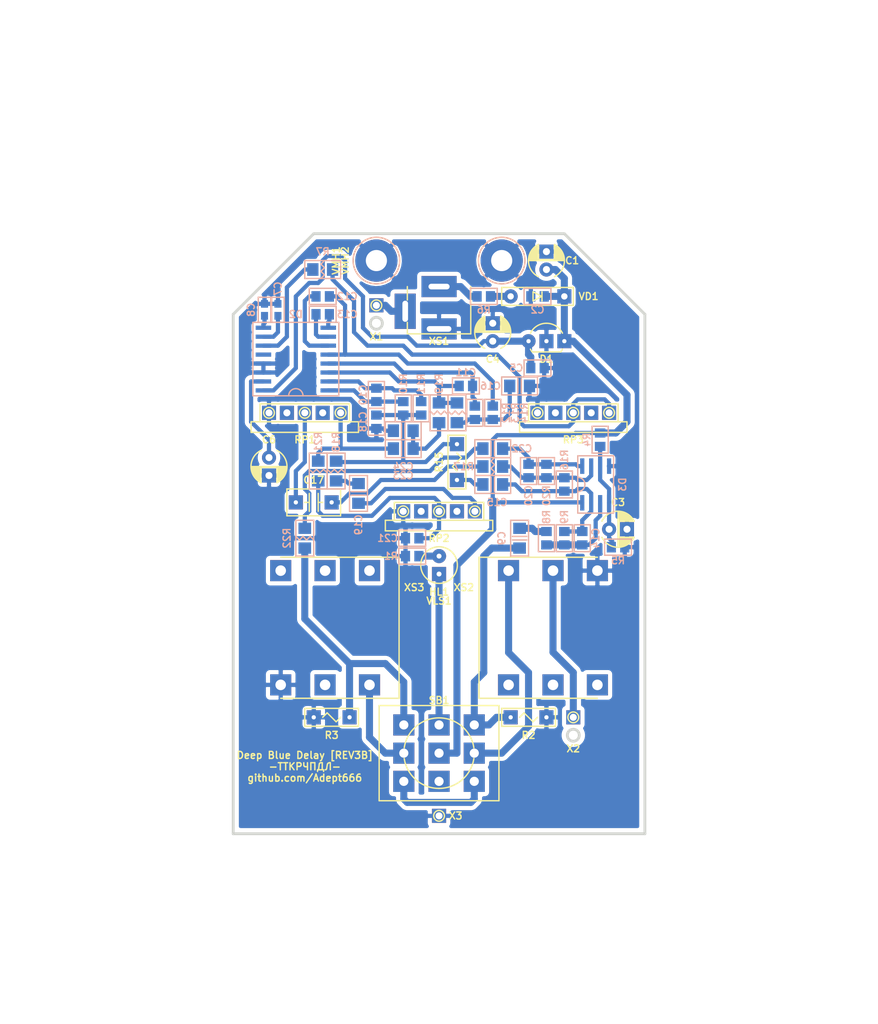
<source format=kicad_pcb>
(kicad_pcb (version 20171130) (host pcbnew 5.1.6-c6e7f7d~87~ubuntu19.10.1)
  (title_block (title "Deep Blue Delay") (date 2021-04-03) (rev 3B) (company "Igor Ivanov") (comment 1 https://github.com/Adept666) (comment 2 "This project is licensed under GNU General Public License v3.0 or later"))
  (layers (0 F.Cu jumper) (31 B.Cu signal) (36 B.SilkS user) (37 F.SilkS user) (38 B.Mask user) (44 Edge.Cuts user))
  (net 0 "")
  (net 1 COM)
  (net 2 "Net-(HL1-PadC)")
  (net 3 /LED)
  (net 4 "Net-(SB1-PadNC1)")
  (net 5 "Net-(SB1-PadNC2)")
  (net 6 "Net-(XS2-PadSN)")
  (net 7 "Net-(XS2-PadTN)")
  (net 8 /IN-SCH)
  (net 9 /IN-CON)
  (net 10 /OUT-SCH)
  (net 11 /OUT-CON)
  (net 12 /PP3-POS)
  (net 13 /PP3-NEG)
  (net 14 "Net-(XS2-PadRN)")
  (net 15 "Net-(XS3-PadTN)")
  (net 16 "Net-(XS3-PadRN)")
  (net 17 "Net-(XS3-PadSN)")
  (net 18 "Net-(XS3-PadR)")
  (net 19 V)
  (net 20 VA)
  (net 21 "Net-(C7-Pad2)")
  (net 22 "Net-(C13-Pad1)")
  (net 23 "Net-(C9-Pad2)")
  (net 24 "Net-(C10-Pad1)")
  (net 25 "Net-(C10-Pad2)")
  (net 26 "Net-(C11-Pad1)")
  (net 27 "Net-(C11-Pad2)")
  (net 28 "Net-(C12-Pad1)")
  (net 29 "Net-(C12-Pad2)")
  (net 30 "Net-(C13-Pad2)")
  (net 31 "Net-(C14-Pad1)")
  (net 32 "Net-(C16-Pad1)")
  (net 33 "Net-(C17-Pad1)")
  (net 34 "Net-(C19-Pad1)")
  (net 35 "Net-(C19-Pad2)")
  (net 36 "Net-(C20-Pad1)")
  (net 37 "Net-(C22-Pad2)")
  (net 38 "Net-(D2-Pad6)")
  (net 39 "Net-(D2-Pad5)")
  (net 40 VB)
  (net 41 "Net-(C6-Pad+)")
  (net 42 "Net-(C8-Pad2)")
  (net 43 "Net-(C14-Pad2)")
  (net 44 "Net-(C15-Pad2)")
  (net 45 "Net-(C18-Pad1)")
  (net 46 "Net-(C20-Pad2)")
  (net 47 "Net-(C21-Pad1)")
  (net 48 "Net-(R6-Pad2)")
  (net 49 "Net-(R6-Pad1)")
  (net 50 "Net-(R7-Pad1)")
  (net 51 "Net-(C17-Pad2)")
  (net 52 "Net-(C23-Pad2)")
  (net 53 "Net-(C23-Pad1)")
  (module SBKCL:B013_deep_blue_delay_r3a (layer F.Cu) (at 105.41 148.59)
    (fp_text reference VE1 hide)
    (fp_text value B013 hide)
  )
  (module KCL:R-SM-1206 (layer B.Cu) (at 107.95 119.38 270)
    (fp_text reference R12 (at 0 -6.985 90) (layer B.SilkS) (effects (font (thickness 0.2)) (justify mirror)))
    (fp_text value 203)
    (pad 2 smd rect (at 1.4 0 270) (size 1.6 1.8) (layers B.Cu B.Mask) (net 32 "Net-(C16-Pad1)"))
    (pad 1 smd rect (at -1.4 0 270) (size 1.6 1.8) (layers B.Cu B.Mask) (net 26 "Net-(C11-Pad1)"))
  )
  (module KCL:R-SM-0805 (layer B.Cu) (at 130.81 138.43 180)
    (fp_text reference R5 (at 0 -1.905) (layer B.SilkS) (effects (font (thickness 0.2)) (justify mirror)))
    (fp_text value 103)
    (pad 2 smd rect (at 0.95 0 180) (size 1.3 1.5) (layers B.Cu B.Mask) (net 40 VB))
    (pad 1 smd rect (at -0.95 0 180) (size 1.3 1.5) (layers B.Cu B.Mask) (net 1 COM))
  )
  (module KCL:R-SM-0805 (layer B.Cu) (at 128.27 123.19 90)
    (fp_text reference R4 (at 0 -1.905 90) (layer B.SilkS) (effects (font (thickness 0.2)) (justify mirror)))
    (fp_text value 103)
    (pad 2 smd rect (at 0.95 0 90) (size 1.3 1.5) (layers B.Cu B.Mask) (net 19 V))
    (pad 1 smd rect (at -0.95 0 90) (size 1.3 1.5) (layers B.Cu B.Mask) (net 40 VB))
  )
  (module KCL:R-SM-0805 (layer B.Cu) (at 101.6 139.7)
    (fp_text reference R1 (at -1.905 0) (layer B.SilkS) (effects (font (thickness 0.2)) (justify left mirror)))
    (fp_text value 103)
    (pad 2 smd rect (at 0.95 0) (size 1.3 1.5) (layers B.Cu B.Mask) (net 2 "Net-(HL1-PadC)"))
    (pad 1 smd rect (at -0.95 0) (size 1.3 1.5) (layers B.Cu B.Mask) (net 1 COM))
  )
  (module KCL:R-SM-0805 (layer B.Cu) (at 120.65 137.16 270)
    (fp_text reference R8 (at -1.905 0 90) (layer B.SilkS) (effects (font (thickness 0.2)) (justify right mirror)))
    (fp_text value 184)
    (pad 2 smd rect (at 0.95 0 270) (size 1.3 1.5) (layers B.Cu B.Mask) (net 31 "Net-(C14-Pad1)"))
    (pad 1 smd rect (at -0.95 0 270) (size 1.3 1.5) (layers B.Cu B.Mask) (net 23 "Net-(C9-Pad2)"))
  )
  (module KCL:C-SM-0805 (layer B.Cu) (at 88.9 105.41)
    (fp_text reference C13 (at 1.905 0) (layer B.SilkS) (effects (font (thickness 0.2)) (justify right mirror)))
    (fp_text value 104)
    (pad 1 smd rect (at -0.95 0) (size 1.3 1.5) (layers B.Cu B.Mask) (net 22 "Net-(C13-Pad1)"))
    (pad 2 smd rect (at 0.95 0) (size 1.3 1.5) (layers B.Cu B.Mask) (net 30 "Net-(C13-Pad2)"))
  )
  (module KCL:C-SM-0603 (layer B.Cu) (at 80.645 104.775 270)
    (fp_text reference C8 (at 0 1.905 90) (layer B.SilkS) (effects (font (thickness 0.2)) (justify mirror)))
    (fp_text value 104)
    (pad 2 smd rect (at 0.85 0 270) (size 1.1 1) (layers B.Cu B.Mask) (net 42 "Net-(C8-Pad2)"))
    (pad 1 smd rect (at -0.85 0 270) (size 1.1 1) (layers B.Cu B.Mask) (net 1 COM))
  )
  (module KCL:C-SM-0603 (layer B.Cu) (at 82.55 104.775 270)
    (fp_text reference C7 (at -1.905 0 90) (layer B.SilkS) (effects (font (thickness 0.2)) (justify right mirror)))
    (fp_text value 104)
    (pad 2 smd rect (at 0.85 0 270) (size 1.1 1) (layers B.Cu B.Mask) (net 21 "Net-(C7-Pad2)"))
    (pad 1 smd rect (at -0.85 0 270) (size 1.1 1) (layers B.Cu B.Mask) (net 1 COM))
  )
  (module KCL:R-SM-1206 (layer B.Cu) (at 105.41 119.38 270)
    (fp_text reference R19 (at -2.54 0 90) (layer B.SilkS) (effects (font (thickness 0.2)) (justify right mirror)))
    (fp_text value 102)
    (pad 1 smd rect (at -1.4 0 270) (size 1.6 1.8) (layers B.Cu B.Mask) (net 26 "Net-(C11-Pad1)"))
    (pad 2 smd rect (at 1.4 0 270) (size 1.6 1.8) (layers B.Cu B.Mask) (net 52 "Net-(C23-Pad2)"))
  )
  (module KCL:R-SM-0805 (layer B.Cu) (at 111.76 102.87)
    (fp_text reference R6 (at 0 1.905) (layer B.SilkS) (effects (font (thickness 0.2)) (justify mirror)))
    (fp_text value 330)
    (pad 2 smd rect (at 0.95 0) (size 1.3 1.5) (layers B.Cu B.Mask) (net 48 "Net-(R6-Pad2)"))
    (pad 1 smd rect (at -0.95 0) (size 1.3 1.5) (layers B.Cu B.Mask) (net 49 "Net-(R6-Pad1)"))
  )
  (module KCL:C-SM-0805 (layer B.Cu) (at 119.38 102.87 180)
    (fp_text reference C2 (at 0 -1.905) (layer B.SilkS) (effects (font (thickness 0.2)) (justify mirror)))
    (fp_text value 104)
    (pad 1 smd rect (at -0.95 0 180) (size 1.3 1.5) (layers B.Cu B.Mask) (net 19 V))
    (pad 2 smd rect (at 0.95 0 180) (size 1.3 1.5) (layers B.Cu B.Mask) (net 1 COM))
  )
  (module KCL:C-SM-1206 (layer B.Cu) (at 116.84 137.16 90)
    (fp_text reference C9 (at 0 -2.54 270) (layer B.SilkS) (effects (font (thickness 0.2)) (justify mirror)))
    (fp_text value 223)
    (pad 2 smd rect (at 1.4 0 90) (size 1.6 1.8) (layers B.Cu B.Mask) (net 23 "Net-(C9-Pad2)"))
    (pad 1 smd rect (at -1.4 0 90) (size 1.6 1.8) (layers B.Cu B.Mask) (net 8 /IN-SCH))
  )
  (module KCL:C-SM-1206 (layer B.Cu) (at 93.98 130.81 270)
    (fp_text reference C19 (at 4.445 0 270) (layer B.SilkS) (effects (font (thickness 0.2)) (justify mirror)))
    (fp_text value 223)
    (pad 2 smd rect (at 1.4 0 270) (size 1.6 1.8) (layers B.Cu B.Mask) (net 35 "Net-(C19-Pad2)"))
    (pad 1 smd rect (at -1.4 0 270) (size 1.6 1.8) (layers B.Cu B.Mask) (net 34 "Net-(C19-Pad1)"))
  )
  (module KCL:C-DISK-D04.2-T03.0-P05.08-d0.5 (layer F.Cu) (at 87.63 132.08 180)
    (fp_text reference C17 (at 0 3.175) (layer F.SilkS) (effects (font (thickness 0.2))))
    (fp_text value 105)
    (pad 2 thru_hole rect (at 2.54 0 180) (size 2 2) (drill 0.6) (layers *.Cu *.Mask) (net 51 "Net-(C17-Pad2)"))
    (pad 1 thru_hole rect (at -2.54 0 180) (size 2 2) (drill 0.6) (layers *.Cu *.Mask) (net 33 "Net-(C17-Pad1)"))
  )
  (module KCL:C-SM-1206 (layer B.Cu) (at 113.03 124.46 180)
    (fp_text reference C22 (at -2.54 0) (layer B.SilkS) (effects (font (thickness 0.2)) (justify right mirror)))
    (fp_text value 105)
    (pad 1 smd rect (at -1.4 0 180) (size 1.6 1.8) (layers B.Cu B.Mask) (net 46 "Net-(C20-Pad2)"))
    (pad 2 smd rect (at 1.4 0 180) (size 1.6 1.8) (layers B.Cu B.Mask) (net 37 "Net-(C22-Pad2)"))
  )
  (module KCL:C-SM-1206 (layer B.Cu) (at 100.33 121.92 180)
    (fp_text reference C24 (at 0 -5.08) (layer B.SilkS) (effects (font (thickness 0.2)) (justify mirror)))
    (fp_text value 103)
    (pad 1 smd rect (at -1.4 0 180) (size 1.6 1.8) (layers B.Cu B.Mask) (net 52 "Net-(C23-Pad2)"))
    (pad 2 smd rect (at 1.4 0 180) (size 1.6 1.8) (layers B.Cu B.Mask) (net 1 COM))
  )
  (module KCL:R-MFR-12 (layer F.Cu) (at 107.95 126.365 270)
    (fp_text reference R15 (at 0 2.54 270) (layer F.SilkS) (effects (font (thickness 0.2))))
    (fp_text value 103)
    (pad 2 thru_hole rect (at 2.54 0 270) (size 2 2) (drill 0.6) (layers *.Cu *.Mask) (net 44 "Net-(C15-Pad2)"))
    (pad 1 thru_hole rect (at -2.54 0 270) (size 2 2) (drill 0.6) (layers *.Cu *.Mask) (net 45 "Net-(C18-Pad1)"))
  )
  (module KCL:C-SM-1206 (layer B.Cu) (at 113.03 129.54 180)
    (fp_text reference C15 (at -0.635 -2.54) (layer B.SilkS) (effects (font (thickness 0.2)) (justify mirror)))
    (fp_text value 105)
    (pad 2 smd rect (at 1.4 0 180) (size 1.6 1.8) (layers B.Cu B.Mask) (net 44 "Net-(C15-Pad2)"))
    (pad 1 smd rect (at -1.4 0 180) (size 1.6 1.8) (layers B.Cu B.Mask) (net 43 "Net-(C14-Pad2)"))
  )
  (module KCL:C-SM-1206 (layer B.Cu) (at 100.33 124.46)
    (fp_text reference C23 (at 0 3.81 180) (layer B.SilkS) (effects (font (thickness 0.2)) (justify mirror)))
    (fp_text value 105)
    (pad 1 smd rect (at -1.4 0) (size 1.6 1.8) (layers B.Cu B.Mask) (net 53 "Net-(C23-Pad1)"))
    (pad 2 smd rect (at 1.4 0) (size 1.6 1.8) (layers B.Cu B.Mask) (net 52 "Net-(C23-Pad2)"))
  )
  (module KCL:C-SM-1206 (layer B.Cu) (at 116.84 115.57)
    (fp_text reference C16 (at -2.54 0) (layer B.SilkS) (effects (font (thickness 0.2)) (justify left mirror)))
    (fp_text value 153)
    (pad 2 smd rect (at 1.4 0) (size 1.6 1.8) (layers B.Cu B.Mask) (net 1 COM))
    (pad 1 smd rect (at -1.4 0) (size 1.6 1.8) (layers B.Cu B.Mask) (net 32 "Net-(C16-Pad1)"))
  )
  (module KCL:C-SM-0805 (layer B.Cu) (at 96.52 120.65 270)
    (fp_text reference C18 (at 0 1.905 90) (layer B.SilkS) (effects (font (thickness 0.2)) (justify mirror)))
    (fp_text value 472)
    (pad 2 smd rect (at 0.95 0 270) (size 1.3 1.5) (layers B.Cu B.Mask) (net 1 COM))
    (pad 1 smd rect (at -0.95 0 270) (size 1.3 1.5) (layers B.Cu B.Mask) (net 45 "Net-(C18-Pad1)"))
  )
  (module KCL:R-SM-0805 (layer B.Cu) (at 123.19 129.54 90)
    (fp_text reference R16 (at 1.905 0 90) (layer B.SilkS) (effects (font (thickness 0.2)) (justify right mirror)))
    (fp_text value 223)
    (pad 2 smd rect (at 0.95 0 90) (size 1.3 1.5) (layers B.Cu B.Mask) (net 36 "Net-(C20-Pad1)"))
    (pad 1 smd rect (at -0.95 0 90) (size 1.3 1.5) (layers B.Cu B.Mask) (net 43 "Net-(C14-Pad2)"))
  )
  (module KCL:R-SM-0805 (layer B.Cu) (at 120.65 127.635 90)
    (fp_text reference R20 (at -1.905 0 90) (layer B.SilkS) (effects (font (thickness 0.2)) (justify left mirror)))
    (fp_text value 123)
    (pad 2 smd rect (at 0.95 0 90) (size 1.3 1.5) (layers B.Cu B.Mask) (net 46 "Net-(C20-Pad2)"))
    (pad 1 smd rect (at -0.95 0 90) (size 1.3 1.5) (layers B.Cu B.Mask) (net 36 "Net-(C20-Pad1)"))
  )
  (module KCL:R-SM-0805 (layer B.Cu) (at 123.19 137.16 90)
    (fp_text reference R9 (at 1.905 0 90) (layer B.SilkS) (effects (font (thickness 0.2)) (justify right mirror)))
    (fp_text value 364)
    (pad 2 smd rect (at 0.95 0 90) (size 1.3 1.5) (layers B.Cu B.Mask) (net 43 "Net-(C14-Pad2)"))
    (pad 1 smd rect (at -0.95 0 90) (size 1.3 1.5) (layers B.Cu B.Mask) (net 31 "Net-(C14-Pad1)"))
  )
  (module KCL:C-SM-0805 (layer B.Cu) (at 118.11 127.635 90)
    (fp_text reference C20 (at -1.905 0 90) (layer B.SilkS) (effects (font (thickness 0.2)) (justify left mirror)))
    (fp_text value 101)
    (pad 1 smd rect (at -0.95 0 90) (size 1.3 1.5) (layers B.Cu B.Mask) (net 36 "Net-(C20-Pad1)"))
    (pad 2 smd rect (at 0.95 0 90) (size 1.3 1.5) (layers B.Cu B.Mask) (net 46 "Net-(C20-Pad2)"))
  )
  (module KCL:C-SM-0805 (layer B.Cu) (at 125.73 137.16 90)
    (fp_text reference C14 (at 0 1.905 90) (layer B.SilkS) (effects (font (thickness 0.2)) (justify mirror)))
    (fp_text value 470)
    (pad 1 smd rect (at -0.95 0 90) (size 1.3 1.5) (layers B.Cu B.Mask) (net 31 "Net-(C14-Pad1)"))
    (pad 2 smd rect (at 0.95 0 90) (size 1.3 1.5) (layers B.Cu B.Mask) (net 43 "Net-(C14-Pad2)"))
  )
  (module KCL:C-SM-0805 (layer B.Cu) (at 119.38 113.03)
    (fp_text reference C5 (at -1.905 0) (layer B.SilkS) (effects (font (thickness 0.2)) (justify left mirror)))
    (fp_text value 104)
    (pad 1 smd rect (at -0.95 0) (size 1.3 1.5) (layers B.Cu B.Mask) (net 20 VA))
    (pad 2 smd rect (at 0.95 0) (size 1.3 1.5) (layers B.Cu B.Mask) (net 1 COM))
  )
  (module KCL:R-SM-0805 (layer B.Cu) (at 113.03 119.38 270)
    (fp_text reference R14 (at 0 -4.445 90) (layer B.SilkS) (effects (font (thickness 0.2)) (justify mirror)))
    (fp_text value 103)
    (pad 2 smd rect (at 0.95 0 270) (size 1.3 1.5) (layers B.Cu B.Mask) (net 32 "Net-(C16-Pad1)"))
    (pad 1 smd rect (at -0.95 0 270) (size 1.3 1.5) (layers B.Cu B.Mask) (net 28 "Net-(C12-Pad1)"))
  )
  (module KCL:R-SM-0805 (layer B.Cu) (at 110.49 119.38 270)
    (fp_text reference R13 (at 0 -5.715 90) (layer B.SilkS) (effects (font (thickness 0.2)) (justify mirror)))
    (fp_text value 103)
    (pad 2 smd rect (at 0.95 0 270) (size 1.3 1.5) (layers B.Cu B.Mask) (net 32 "Net-(C16-Pad1)"))
    (pad 1 smd rect (at -0.95 0 270) (size 1.3 1.5) (layers B.Cu B.Mask) (net 27 "Net-(C11-Pad2)"))
  )
  (module KCL:R-SM-0805 (layer B.Cu) (at 102.87 118.745 270)
    (fp_text reference R11 (at -1.905 0 90) (layer B.SilkS) (effects (font (thickness 0.2)) (justify right mirror)))
    (fp_text value 103)
    (pad 1 smd rect (at -0.95 0 270) (size 1.3 1.5) (layers B.Cu B.Mask) (net 25 "Net-(C10-Pad2)"))
    (pad 2 smd rect (at 0.95 0 270) (size 1.3 1.5) (layers B.Cu B.Mask) (net 45 "Net-(C18-Pad1)"))
  )
  (module KCL:R-SM-0805 (layer B.Cu) (at 100.33 118.745 270)
    (fp_text reference R10 (at -1.905 0 90) (layer B.SilkS) (effects (font (thickness 0.2)) (justify right mirror)))
    (fp_text value 103)
    (pad 1 smd rect (at -0.95 0 270) (size 1.3 1.5) (layers B.Cu B.Mask) (net 24 "Net-(C10-Pad1)"))
    (pad 2 smd rect (at 0.95 0 270) (size 1.3 1.5) (layers B.Cu B.Mask) (net 45 "Net-(C18-Pad1)"))
  )
  (module KCL:C-SM-0805 (layer B.Cu) (at 101.6 137.16 180)
    (fp_text reference C21 (at 1.905 0) (layer B.SilkS) (effects (font (thickness 0.2)) (justify left mirror)))
    (fp_text value 473)
    (pad 1 smd rect (at -0.95 0 180) (size 1.3 1.5) (layers B.Cu B.Mask) (net 47 "Net-(C21-Pad1)"))
    (pad 2 smd rect (at 0.95 0 180) (size 1.3 1.5) (layers B.Cu B.Mask) (net 1 COM))
  )
  (module KCL:CP-RADIAL-D05.0-P02.0-CLS (layer F.Cu) (at 130.81 135.89)
    (fp_text reference C3 (at 0 -3.81) (layer F.SilkS) (effects (font (thickness 0.2))))
    (fp_text value 476)
    (pad + thru_hole circle (at -1.27 0) (size 2 2) (drill 1) (layers B.Cu B.Mask) (net 40 VB))
    (pad - thru_hole rect (at 1.27 0) (size 2 2) (drill 1) (layers B.Cu B.Mask) (net 1 COM))
  )
  (module KCL:C-SM-0805 (layer B.Cu) (at 109.22 115.57)
    (fp_text reference C11 (at 0 -1.905) (layer B.SilkS) (effects (font (thickness 0.2)) (justify mirror)))
    (fp_text value 222)
    (pad 1 smd rect (at -0.95 0) (size 1.3 1.5) (layers B.Cu B.Mask) (net 26 "Net-(C11-Pad1)"))
    (pad 2 smd rect (at 0.95 0) (size 1.3 1.5) (layers B.Cu B.Mask) (net 27 "Net-(C11-Pad2)"))
  )
  (module KCL:C-SM-0805 (layer B.Cu) (at 96.52 116.84 90)
    (fp_text reference C10 (at 0 -1.905 90) (layer B.SilkS) (effects (font (thickness 0.2)) (justify mirror)))
    (fp_text value 222)
    (pad 1 smd rect (at -0.95 0 90) (size 1.3 1.5) (layers B.Cu B.Mask) (net 24 "Net-(C10-Pad1)"))
    (pad 2 smd rect (at 0.95 0 90) (size 1.3 1.5) (layers B.Cu B.Mask) (net 25 "Net-(C10-Pad2)"))
  )
  (module KCL:C-SM-0805 (layer B.Cu) (at 88.9 102.87 180)
    (fp_text reference C12 (at -1.905 0) (layer B.SilkS) (effects (font (thickness 0.2)) (justify right mirror)))
    (fp_text value 104)
    (pad 1 smd rect (at -0.95 0 180) (size 1.3 1.5) (layers B.Cu B.Mask) (net 28 "Net-(C12-Pad1)"))
    (pad 2 smd rect (at 0.95 0 180) (size 1.3 1.5) (layers B.Cu B.Mask) (net 29 "Net-(C12-Pad2)"))
  )
  (module KCL:CP-RADIAL-D05.0-P02.0-CLS (layer F.Cu) (at 113.03 107.95 90)
    (fp_text reference C4 (at -3.81 0 180) (layer F.SilkS) (effects (font (thickness 0.2))))
    (fp_text value 476)
    (pad + thru_hole circle (at -1.27 0 90) (size 2 2) (drill 1) (layers B.Cu B.Mask) (net 20 VA))
    (pad - thru_hole rect (at 1.27 0 90) (size 2 2) (drill 1) (layers B.Cu B.Mask) (net 1 COM))
  )
  (module KCL:CP-RADIAL-D05.0-P02.0-CLS (layer F.Cu) (at 81.28 127 270)
    (fp_text reference C6 (at -3.81 0) (layer F.SilkS) (effects (font (thickness 0.2))))
    (fp_text value 476)
    (pad + thru_hole circle (at -1.27 0 270) (size 2 2) (drill 1) (layers B.Cu B.Mask) (net 41 "Net-(C6-Pad+)"))
    (pad - thru_hole rect (at 1.27 0 270) (size 2 2) (drill 1) (layers B.Cu B.Mask) (net 1 COM))
  )
  (module SBKCL:RP-PDB181-K-F-PCB-RND (layer F.Cu) (at 86.36 108.15)
    (fp_text reference RP1 (at 0 15.04) (layer F.SilkS) (effects (font (thickness 0.2))))
    (fp_text value B50K)
    (pad 1 thru_hole rect (at -5.08 11.23) (size 2 2) (drill 1) (layers B.Cu B.Mask) (net 1 COM))
    (pad NC1 thru_hole rect (at -2.54 11.23) (size 2 2) (drill 1) (layers B.Cu B.Mask))
    (pad 2 thru_hole rect (at 0 11.23) (size 2 2) (drill 1) (layers B.Cu B.Mask) (net 51 "Net-(C17-Pad2)"))
    (pad NC2 thru_hole rect (at 2.54 11.23) (size 2 2) (drill 1) (layers B.Cu B.Mask))
    (pad 3 thru_hole rect (at 5.08 11.23) (size 2 2) (drill 1) (layers B.Cu B.Mask) (net 53 "Net-(C23-Pad1)"))
  )
  (module KCL:P-SO-16W (layer B.Cu) (at 85.09 111.76)
    (fp_text reference D2 (at 0 -6.35) (layer B.SilkS) (effects (font (thickness 0.2)) (justify mirror)))
    (fp_text value 8970)
    (pad 9 smd rect (at 4.6 -4.445) (size 2.2 0.6) (layers B.Cu B.Mask) (net 30 "Net-(C13-Pad2)"))
    (pad 10 smd rect (at 4.6 -3.175) (size 2.2 0.6) (layers B.Cu B.Mask) (net 22 "Net-(C13-Pad1)"))
    (pad 11 smd rect (at 4.6 -1.905) (size 2.2 0.6) (layers B.Cu B.Mask) (net 29 "Net-(C12-Pad2)"))
    (pad 12 smd rect (at 4.6 -0.635) (size 2.2 0.6) (layers B.Cu B.Mask) (net 28 "Net-(C12-Pad1)"))
    (pad 8 smd rect (at -4.6 -4.445) (size 2.2 0.6) (layers B.Cu B.Mask) (net 42 "Net-(C8-Pad2)"))
    (pad 7 smd rect (at -4.6 -3.175) (size 2.2 0.6) (layers B.Cu B.Mask) (net 21 "Net-(C7-Pad2)"))
    (pad 6 smd rect (at -4.6 -1.905) (size 2.2 0.6) (layers B.Cu B.Mask) (net 38 "Net-(D2-Pad6)"))
    (pad 5 smd rect (at -4.6 -0.635) (size 2.2 0.6) (layers B.Cu B.Mask) (net 39 "Net-(D2-Pad5)"))
    (pad 16 smd rect (at 4.6 4.445) (size 2.2 0.6) (layers B.Cu B.Mask) (net 24 "Net-(C10-Pad1)"))
    (pad 15 smd rect (at 4.6 3.175) (size 2.2 0.6) (layers B.Cu B.Mask) (net 25 "Net-(C10-Pad2)"))
    (pad 14 smd rect (at 4.6 1.905) (size 2.2 0.6) (layers B.Cu B.Mask) (net 26 "Net-(C11-Pad1)"))
    (pad 13 smd rect (at 4.6 0.635) (size 2.2 0.6) (layers B.Cu B.Mask) (net 27 "Net-(C11-Pad2)"))
    (pad 4 smd rect (at -4.6 0.635) (size 2.2 0.6) (layers B.Cu B.Mask) (net 1 COM))
    (pad 3 smd rect (at -4.6 1.905) (size 2.2 0.6) (layers B.Cu B.Mask) (net 1 COM))
    (pad 2 smd rect (at -4.6 3.175) (size 2.2 0.6) (layers B.Cu B.Mask) (net 41 "Net-(C6-Pad+)"))
    (pad 1 smd rect (at -4.6 4.445) (size 2.2 0.6) (layers B.Cu B.Mask) (net 20 VA))
  )
  (module KCL:P-SO-08 (layer B.Cu) (at 127.635 129.54 270)
    (fp_text reference D3 (at 0 -3.81 270) (layer B.SilkS) (effects (font (thickness 0.2)) (justify mirror)))
    (fp_text value 5532)
    (pad 8 smd rect (at 2.6 1.905 270) (size 2.2 0.6) (layers B.Cu B.Mask) (net 19 V))
    (pad 7 smd rect (at 2.6 0.635 270) (size 2.2 0.6) (layers B.Cu B.Mask) (net 43 "Net-(C14-Pad2)"))
    (pad 6 smd rect (at 2.6 -0.635 270) (size 2.2 0.6) (layers B.Cu B.Mask) (net 31 "Net-(C14-Pad1)"))
    (pad 5 smd rect (at 2.6 -1.905 270) (size 2.2 0.6) (layers B.Cu B.Mask) (net 40 VB))
    (pad 4 smd rect (at -2.6 -1.905 270) (size 2.2 0.6) (layers B.Cu B.Mask) (net 1 COM))
    (pad 3 smd rect (at -2.6 -0.635 270) (size 2.2 0.6) (layers B.Cu B.Mask) (net 40 VB))
    (pad 2 smd rect (at -2.6 0.635 270) (size 2.2 0.6) (layers B.Cu B.Mask) (net 36 "Net-(C20-Pad1)"))
    (pad 1 smd rect (at -2.6 1.905 270) (size 2.2 0.6) (layers B.Cu B.Mask) (net 46 "Net-(C20-Pad2)"))
  )
  (module KCL:R-SM-1206 (layer B.Cu) (at 88.9 99.06 180)
    (fp_text reference R7 (at 0 2.54) (layer B.SilkS) (effects (font (thickness 0.2)) (justify mirror)))
    (fp_text value 272)
    (pad 2 smd rect (at 1.4 0 180) (size 1.6 1.8) (layers B.Cu B.Mask) (net 38 "Net-(D2-Pad6)"))
    (pad 1 smd rect (at -1.4 0 180) (size 1.6 1.8) (layers B.Cu B.Mask) (net 50 "Net-(R7-Pad1)"))
  )
  (module KCL:R-SM-1206 (layer B.Cu) (at 86.36 137.16 270)
    (fp_text reference R22 (at 0 2.54 90) (layer B.SilkS) (effects (font (thickness 0.2)) (justify mirror)))
    (fp_text value 102)
    (pad 1 smd rect (at -1.4 0 270) (size 1.6 1.8) (layers B.Cu B.Mask) (net 37 "Net-(C22-Pad2)"))
    (pad 2 smd rect (at 1.4 0 270) (size 1.6 1.8) (layers B.Cu B.Mask) (net 10 /OUT-SCH))
  )
  (module KCL:R-SM-1206 (layer B.Cu) (at 90.805 127.635 90)
    (fp_text reference R18 (at 2.54 0 90) (layer B.SilkS) (effects (font (thickness 0.2)) (justify right mirror)))
    (fp_text value 512)
    (pad 1 smd rect (at -1.4 0 90) (size 1.6 1.8) (layers B.Cu B.Mask) (net 34 "Net-(C19-Pad1)"))
    (pad 2 smd rect (at 1.4 0 90) (size 1.6 1.8) (layers B.Cu B.Mask) (net 45 "Net-(C18-Pad1)"))
  )
  (module KCL:R-SM-1206 (layer B.Cu) (at 88.265 127.635 90)
    (fp_text reference R21 (at 2.54 0 90) (layer B.SilkS) (effects (font (thickness 0.2)) (justify right mirror)))
    (fp_text value 202)
    (pad 1 smd rect (at -1.4 0 90) (size 1.6 1.8) (layers B.Cu B.Mask) (net 47 "Net-(C21-Pad1)"))
    (pad 2 smd rect (at 1.4 0 90) (size 1.6 1.8) (layers B.Cu B.Mask) (net 53 "Net-(C23-Pad1)"))
  )
  (module KCL:R-SM-1206 (layer B.Cu) (at 113.03 127)
    (fp_text reference R17 (at -2.54 0) (layer B.SilkS) (effects (font (thickness 0.2)) (justify left mirror)))
    (fp_text value 203)
    (pad 1 smd rect (at -1.4 0) (size 1.6 1.8) (layers B.Cu B.Mask) (net 33 "Net-(C17-Pad1)"))
    (pad 2 smd rect (at 1.4 0) (size 1.6 1.8) (layers B.Cu B.Mask) (net 36 "Net-(C20-Pad1)"))
  )
  (module KCL:R-MFR-12 (layer F.Cu) (at 118.11 162.56 180)
    (fp_text reference R2 (at 0 -2.54) (layer F.SilkS) (effects (font (thickness 0.2))))
    (fp_text value 105)
    (pad 1 thru_hole rect (at -2.54 0 180) (size 2 2) (drill 0.6) (layers *.Cu *.Mask) (net 1 COM))
    (pad 2 thru_hole rect (at 2.54 0 180) (size 2 2) (drill 0.6) (layers *.Cu *.Mask) (net 8 /IN-SCH))
  )
  (module KCL:P-TO-92-OUT-GND-IN (layer F.Cu) (at 120.65 109.22)
    (fp_text reference D1 (at 0 2.54) (layer F.SilkS) (effects (font (thickness 0.2))))
    (fp_text value 78L05)
    (pad IN thru_hole rect (at 2.54 0) (size 2 2) (drill 0.6) (layers *.Cu *.Mask) (net 19 V))
    (pad GND thru_hole rect (at 0 0) (size 2 2) (drill 0.6) (layers *.Cu *.Mask) (net 1 COM))
    (pad OUT thru_hole circle (at -2.54 0) (size 2 2) (drill 0.6) (layers *.Cu *.Mask) (net 20 VA))
  )
  (module SBKCL:RP-PDB181-K-F-PCB-RND (layer F.Cu) (at 124.46 108.15)
    (fp_text reference RP3 (at 0 15.04) (layer F.SilkS) (effects (font (thickness 0.2))))
    (fp_text value B50K)
    (pad 1 thru_hole rect (at -5.08 11.23) (size 2 2) (drill 1) (layers B.Cu B.Mask) (net 1 COM))
    (pad NC1 thru_hole rect (at -2.54 11.23) (size 2 2) (drill 1) (layers B.Cu B.Mask))
    (pad 2 thru_hole rect (at 0 11.23) (size 2 2) (drill 1) (layers B.Cu B.Mask) (net 50 "Net-(R7-Pad1)"))
    (pad NC2 thru_hole rect (at 2.54 11.23) (size 2 2) (drill 1) (layers B.Cu B.Mask))
    (pad 3 thru_hole rect (at 5.08 11.23) (size 2 2) (drill 1) (layers B.Cu B.Mask) (net 50 "Net-(R7-Pad1)"))
  )
  (module SBKCL:RP-PDB181-K-F-PCB-RND (layer F.Cu) (at 105.41 122.12)
    (fp_text reference RP2 (at 0 15.04) (layer F.SilkS) (effects (font (thickness 0.2))))
    (fp_text value B50K)
    (pad 1 thru_hole rect (at -5.08 11.23) (size 2 2) (drill 1) (layers B.Cu B.Mask) (net 1 COM))
    (pad NC1 thru_hole rect (at -2.54 11.23) (size 2 2) (drill 1) (layers B.Cu B.Mask))
    (pad 2 thru_hole rect (at 0 11.23) (size 2 2) (drill 1) (layers B.Cu B.Mask) (net 47 "Net-(C21-Pad1)"))
    (pad NC2 thru_hole rect (at 2.54 11.23) (size 2 2) (drill 1) (layers B.Cu B.Mask))
    (pad 3 thru_hole rect (at 5.08 11.23) (size 2 2) (drill 1) (layers B.Cu B.Mask) (net 35 "Net-(C19-Pad2)"))
  )
  (module KCL:CON-PJ-644C (layer F.Cu) (at 78.74 149.86 270)
    (fp_text reference XS3 (at -5.715 -21.59) (layer F.SilkS) (effects (font (thickness 0.2)) (justify left)))
    (fp_text value PJ-644C)
    (pad TN thru_hole rect (at -8.1 -16.8 270) (size 3 3) (drill 1.5) (layers B.Cu B.Mask) (net 15 "Net-(XS3-PadTN)"))
    (pad RN thru_hole rect (at -8.1 -10.5 270) (size 3 3) (drill 1.5) (layers B.Cu B.Mask) (net 16 "Net-(XS3-PadRN)"))
    (pad SN thru_hole rect (at -8.1 -4.2 270) (size 3 3) (drill 1.5) (layers B.Cu B.Mask) (net 17 "Net-(XS3-PadSN)"))
    (pad T thru_hole rect (at 8.1 -16.8 270) (size 3 3) (drill 1.5) (layers B.Cu B.Mask) (net 11 /OUT-CON))
    (pad R thru_hole rect (at 8.1 -10.5 270) (size 3 3) (drill 1.5) (layers B.Cu B.Mask) (net 18 "Net-(XS3-PadR)"))
    (pad S thru_hole rect (at 8.1 -4.2 270) (size 3 3) (drill 1.5) (layers B.Cu B.Mask) (net 1 COM))
  )
  (module KCL:CON-PJ-644C (layer F.Cu) (at 132.08 149.86 90)
    (fp_text reference XS2 (at 5.715 -21.59 180) (layer F.SilkS) (effects (font (thickness 0.2)) (justify right)))
    (fp_text value PJ-644C)
    (pad TN thru_hole rect (at -8.1 -16.8 90) (size 3 3) (drill 1.5) (layers B.Cu B.Mask) (net 7 "Net-(XS2-PadTN)"))
    (pad RN thru_hole rect (at -8.1 -10.5 90) (size 3 3) (drill 1.5) (layers B.Cu B.Mask) (net 14 "Net-(XS2-PadRN)"))
    (pad SN thru_hole rect (at -8.1 -4.2 90) (size 3 3) (drill 1.5) (layers B.Cu B.Mask) (net 6 "Net-(XS2-PadSN)"))
    (pad T thru_hole rect (at 8.1 -16.8 90) (size 3 3) (drill 1.5) (layers B.Cu B.Mask) (net 9 /IN-CON))
    (pad R thru_hole rect (at 8.1 -10.5 90) (size 3 3) (drill 1.5) (layers B.Cu B.Mask) (net 13 /PP3-NEG))
    (pad S thru_hole rect (at 8.1 -4.2 90) (size 3 3) (drill 1.5) (layers B.Cu B.Mask) (net 1 COM))
  )
  (module KCL:CON-DC-005 (layer F.Cu) (at 105.41 93.98 180)
    (fp_text reference XS1 (at 0 -15.24) (layer F.SilkS) (effects (font (thickness 0.2))))
    (fp_text value DC-005)
    (pad C thru_hole rect (at 0 -13.5 180) (size 5 3) (drill oval 3.5 0.8) (layers B.Cu B.Mask) (net 1 COM))
    (pad SN thru_hole rect (at 4.8 -11 180) (size 3 5) (drill oval 0.8 3) (layers B.Cu B.Mask) (net 12 /PP3-POS))
    (pad S thru_hole rect (at 0 -7.5 180) (size 5 3) (drill oval 3 0.8) (layers B.Cu B.Mask) (net 49 "Net-(R6-Pad1)"))
  )
  (module KCL:VMH-STA-DA5 (layer F.Cu) (at 114.3 97.79)
    (fp_text reference VMH2 (at -22.225 0 90) (layer F.SilkS) (effects (font (thickness 0.2))))
    (fp_text value DI5M3x20)
    (pad 0 thru_hole circle (at 0 0) (size 6 6) (drill 3) (layers *.Cu *.Mask) (net 1 COM))
  )
  (module KCL:VMH-STA-DA5 (layer F.Cu) (at 96.52 97.79)
    (fp_text reference VMH1 (at -5.715 0 90) (layer F.SilkS) (effects (font (thickness 0.2))))
    (fp_text value DI5M3x20)
    (pad 0 thru_hole circle (at 0 0) (size 6 6) (drill 3) (layers *.Cu *.Mask) (net 1 COM))
  )
  (module KCL:R-MFR-12 (layer F.Cu) (at 90.17 162.56)
    (fp_text reference R3 (at 0 2.54) (layer F.SilkS) (effects (font (thickness 0.2))))
    (fp_text value 104)
    (pad 1 thru_hole rect (at -2.54 0) (size 2 2) (drill 0.6) (layers *.Cu *.Mask) (net 1 COM))
    (pad 2 thru_hole rect (at 2.54 0) (size 2 2) (drill 0.6) (layers *.Cu *.Mask) (net 10 /OUT-SCH))
  )
  (module KCL:P-DO-41 (layer F.Cu) (at 119.38 102.87)
    (fp_text reference VD1 (at 5.715 0 180) (layer F.SilkS) (effects (font (thickness 0.2)) (justify left)))
    (fp_text value 5817)
    (pad A thru_hole circle (at -3.81 0) (size 2 2) (drill 0.9) (layers *.Cu *.Mask) (net 48 "Net-(R6-Pad2)"))
    (pad C thru_hole rect (at 3.81 0) (size 2 2) (drill 0.9) (layers *.Cu *.Mask) (net 19 V))
  )
  (module KCL:CP-RADIAL-D05.0-P02.0-CLS (layer F.Cu) (at 120.65 97.79 90)
    (fp_text reference C1 (at 0 2.54 180) (layer F.SilkS) (effects (font (thickness 0.2)) (justify left)))
    (fp_text value 107)
    (pad + thru_hole circle (at -1.27 0 90) (size 2 2) (drill 1) (layers B.Cu B.Mask) (net 19 V))
    (pad - thru_hole rect (at 1.27 0 90) (size 2 2) (drill 1) (layers B.Cu B.Mask) (net 1 COM))
  )
  (module KCL:CON-PAD-S-1.0-2.0 (layer F.Cu) (at 105.41 176.53)
    (fp_text reference X3 (at 1.27 0) (layer F.SilkS) (effects (font (thickness 0.2)) (justify left)))
    (fp_text value COM)
    (pad 1 thru_hole rect (at 0 0) (size 2 2) (drill 1) (layers B.Cu B.Mask) (net 1 COM))
  )
  (module KCL:B-PP3-HV (layer F.Cu) (at 105.41 187.96)
    (fp_text reference GB1 hide)
    (fp_text value PP3 hide)
  )
  (module KCL:CON-PAD-S-1.0-2.0 (layer F.Cu) (at 124.46 162.56)
    (fp_text reference X2 (at 0 4.445) (layer F.SilkS) (effects (font (thickness 0.2))))
    (fp_text value - hide)
    (pad 1 thru_hole rect (at 0 0) (size 2 2) (drill 1) (layers B.Cu B.Mask) (net 13 /PP3-NEG))
  )
  (module KCL:VLS-BR (layer F.Cu) (at 105.41 140.97)
    (fp_text reference VLS1 (at 0 5.08) (layer F.SilkS) (effects (font (thickness 0.2))))
    (fp_text value BR-17.8)
  )
  (module KCL:LED-ROUND-05.0-UNI-SH-SPACER (layer F.Cu) (at 105.41 140.97 270)
    (fp_text reference HL1 (at 3.81 0 180) (layer F.SilkS) (effects (font (thickness 0.2))))
    (fp_text value FYL-5013UWC)
    (pad C thru_hole circle (at -1.27 0 270) (size 2 2) (drill 0.7) (layers B.Cu B.Mask) (net 2 "Net-(HL1-PadC)"))
    (pad A thru_hole rect (at 1.27 0 270) (size 2 2) (drill 0.7) (layers B.Cu B.Mask) (net 3 /LED))
  )
  (module KCL:CON-PAD-S-1.0-2.0 (layer F.Cu) (at 96.52 104.14)
    (fp_text reference X1 (at 0 4.445) (layer F.SilkS) (effects (font (thickness 0.2))))
    (fp_text value +)
    (pad 1 thru_hole rect (at 0 0) (size 2 2) (drill 1) (layers B.Cu B.Mask) (net 12 /PP3-POS))
  )
  (module KCL:SW-PBS-24-302SP (layer F.Cu) (at 105.41 167.64)
    (fp_text reference SB1 (at 0 -7.493) (layer F.SilkS) (effects (font (thickness 0.2))))
    (fp_text value PBS-24-302SP)
    (pad COM3 thru_hole rect (at 5 0) (size 3 3) (drill 1.3) (layers B.Cu B.Mask) (net 9 /IN-CON))
    (pad NC3 thru_hole rect (at 5 4) (size 3 3) (drill 1.3) (layers B.Cu B.Mask) (net 4 "Net-(SB1-PadNC1)"))
    (pad NO3 thru_hole rect (at 5 -4) (size 3 3) (drill 1.3) (layers B.Cu B.Mask) (net 8 /IN-SCH))
    (pad COM2 thru_hole rect (at 0 0) (size 3 3) (drill 1.3) (layers B.Cu B.Mask) (net 19 V))
    (pad NC2 thru_hole rect (at 0 4) (size 3 3) (drill 1.3) (layers B.Cu B.Mask) (net 5 "Net-(SB1-PadNC2)"))
    (pad NO2 thru_hole rect (at 0 -4) (size 3 3) (drill 1.3) (layers B.Cu B.Mask) (net 3 /LED))
    (pad NO1 thru_hole rect (at -5 -4) (size 3 3) (drill 1.3) (layers B.Cu B.Mask) (net 10 /OUT-SCH))
    (pad COM1 thru_hole rect (at -5 0) (size 3 3) (drill 1.3) (layers B.Cu B.Mask) (net 11 /OUT-CON))
    (pad NC1 thru_hole rect (at -5 4) (size 3 3) (drill 1.3) (layers B.Cu B.Mask) (net 4 "Net-(SB1-PadNC1)"))
  )
  (gr_circle (center 124.46 165.1) (end 125.31 165.1) (layer Edge.Cuts) (width 0.4))
  (gr_circle (center 96.52 106.68) (end 97.37 106.68) (layer Edge.Cuts) (width 0.4))
  (gr_text "Deep Blue Delay [REV3B]\n-ТТКРЧПДЛ-\ngithub.com/Adept666" (at 86.36 169.545) (layer F.SilkS) (effects (font (size 1 1) (thickness 0.2))))
  (gr_line (start 123.19 93.98) (end 134.62 105.41) (layer Edge.Cuts) (width 0.4))
  (gr_line (start 76.2 105.41) (end 87.63 93.98) (layer Edge.Cuts) (width 0.4))
  (gr_line (start 134.62 105.41) (end 134.62 179.07) (layer Edge.Cuts) (width 0.4))
  (gr_line (start 76.2 105.41) (end 76.2 179.07) (layer Edge.Cuts) (width 0.4))
  (gr_line (start 76.2 179.07) (end 134.62 179.07) (layer Edge.Cuts) (width 0.4))
  (gr_line (start 87.63 93.98) (end 123.19 93.98) (layer Edge.Cuts) (width 0.4))
  (segment (start 83.82 137.16) (end 88.9 137.16) (width 0.6) (layer B.Cu) (net 1))
  (segment (start 96.52 121.6) (end 97.47 121.6) (width 0.6) (layer B.Cu) (net 1))
  (segment (start 97.79 121.92) (end 97.47 121.6) (width 0.6) (layer B.Cu) (net 1))
  (segment (start 98.93 121.92) (end 97.79 121.92) (width 0.6) (layer B.Cu) (net 1))
  (segment (start 132.08 135.89) (end 132.08 137.16) (width 0.6) (layer B.Cu) (net 1))
  (segment (start 131.76 137.48) (end 132.08 137.16) (width 0.6) (layer B.Cu) (net 1))
  (segment (start 131.76 138.43) (end 131.76 137.48) (width 0.6) (layer B.Cu) (net 1))
  (segment (start 102.55 139.7) (end 105.41 139.7) (width 1) (layer B.Cu) (net 2))
  (segment (start 105.41 163.64) (end 105.41 142.24) (width 1) (layer B.Cu) (net 3))
  (segment (start 110.41 174.14) (end 110.41 171.64) (width 1) (layer B.Cu) (net 4))
  (segment (start 109.925 174.625) (end 110.41 174.14) (width 1) (layer B.Cu) (net 4))
  (segment (start 100.895 174.625) (end 109.925 174.625) (width 1) (layer B.Cu) (net 4))
  (segment (start 100.41 174.14) (end 100.895 174.625) (width 1) (layer B.Cu) (net 4))
  (segment (start 100.41 171.64) (end 100.41 174.14) (width 1) (layer B.Cu) (net 4))
  (segment (start 110.41 163.64) (end 110.41 157.56) (width 1) (layer B.Cu) (net 8))
  (segment (start 111.76 156.21) (end 111.76 139.7) (width 1) (layer B.Cu) (net 8))
  (segment (start 110.41 157.56) (end 111.76 156.21) (width 1) (layer B.Cu) (net 8))
  (segment (start 113.57 162.56) (end 115.57 162.56) (width 1) (layer B.Cu) (net 8))
  (segment (start 110.41 163.64) (end 112.49 163.64) (width 1) (layer B.Cu) (net 8))
  (segment (start 112.49 163.64) (end 113.57 162.56) (width 1) (layer B.Cu) (net 8))
  (segment (start 112.9 138.56) (end 111.76 139.7) (width 1) (layer B.Cu) (net 8))
  (segment (start 116.84 138.56) (end 112.9 138.56) (width 1) (layer B.Cu) (net 8))
  (segment (start 114.3 167.64) (end 111.68 167.64) (width 1) (layer B.Cu) (net 9))
  (segment (start 118.11 163.83) (end 114.3 167.64) (width 1) (layer B.Cu) (net 9))
  (segment (start 118.11 156.21) (end 118.11 163.83) (width 1) (layer B.Cu) (net 9))
  (segment (start 115.28 153.38) (end 118.11 156.21) (width 1) (layer B.Cu) (net 9))
  (segment (start 115.28 141.76) (end 115.28 153.38) (width 1) (layer B.Cu) (net 9))
  (segment (start 100.41 163.64) (end 100.41 157.56) (width 1) (layer B.Cu) (net 10))
  (segment (start 100.41 157.56) (end 97.79 154.94) (width 1) (layer B.Cu) (net 10))
  (segment (start 97.79 154.94) (end 92.71 154.94) (width 1) (layer B.Cu) (net 10))
  (segment (start 86.36 148.59) (end 92.71 154.94) (width 1) (layer B.Cu) (net 10))
  (segment (start 86.36 138.56) (end 86.36 148.59) (width 1) (layer B.Cu) (net 10))
  (segment (start 92.71 154.94) (end 92.71 162.56) (width 1) (layer B.Cu) (net 10))
  (segment (start 100.41 167.64) (end 97.79 167.64) (width 1) (layer B.Cu) (net 11))
  (segment (start 95.54 165.39) (end 97.79 167.64) (width 1) (layer B.Cu) (net 11))
  (segment (start 95.54 157.96) (end 95.54 165.39) (width 1) (layer B.Cu) (net 11))
  (segment (start 96.52 104.14) (end 97.79 104.14) (width 1) (layer B.Cu) (net 12))
  (segment (start 98.63 104.98) (end 97.79 104.14) (width 1) (layer B.Cu) (net 12))
  (segment (start 100.61 104.98) (end 98.63 104.98) (width 1) (layer B.Cu) (net 12))
  (segment (start 124.46 162.56) (end 124.46 156.21) (width 1) (layer B.Cu) (net 13))
  (segment (start 121.58 153.33) (end 124.46 156.21) (width 1) (layer B.Cu) (net 13))
  (segment (start 121.58 141.76) (end 121.58 153.33) (width 1) (layer B.Cu) (net 13))
  (segment (start 113.03 132.08) (end 113.03 132.08) (width 1.5) (layer B.Cu) (net 19))
  (segment (start 120.33 102.87) (end 123.19 102.87) (width 1) (layer B.Cu) (net 19))
  (segment (start 121.92 99.06) (end 123.19 100.33) (width 1) (layer B.Cu) (net 19))
  (segment (start 123.19 100.33) (end 123.19 102.87) (width 1) (layer B.Cu) (net 19))
  (segment (start 120.65 99.06) (end 121.92 99.06) (width 1) (layer B.Cu) (net 19))
  (segment (start 123.19 102.87) (end 123.19 109.22) (width 1) (layer B.Cu) (net 19))
  (segment (start 132.08 116.84) (end 124.46 109.22) (width 1) (layer B.Cu) (net 19))
  (segment (start 132.08 120.65) (end 132.08 116.84) (width 1) (layer B.Cu) (net 19))
  (segment (start 128.27 122.24) (end 130.49 122.24) (width 1) (layer B.Cu) (net 19))
  (segment (start 124.46 109.22) (end 123.19 109.22) (width 1) (layer B.Cu) (net 19))
  (segment (start 130.49 122.24) (end 132.08 120.65) (width 1) (layer B.Cu) (net 19))
  (segment (start 113.03 132.08) (end 125.73 132.08) (width 0.6) (layer B.Cu) (net 19))
  (segment (start 124.775 122.24) (end 124.46 122.555) (width 0.6) (layer B.Cu) (net 19))
  (segment (start 128.27 122.24) (end 124.775 122.24) (width 0.6) (layer B.Cu) (net 19))
  (segment (start 124.46 122.555) (end 113.665 122.555) (width 0.6) (layer B.Cu) (net 19))
  (segment (start 113.665 122.555) (end 113.03 123.19) (width 0.6) (layer B.Cu) (net 19))
  (segment (start 113.03 123.19) (end 113.03 132.08) (width 0.6) (layer B.Cu) (net 19))
  (segment (start 125.73 132.14) (end 125.73 132.08) (width 0.6) (layer B.Cu) (net 19))
  (segment (start 107.95 140.97) (end 113.03 135.89) (width 1) (layer B.Cu) (net 19))
  (segment (start 105.41 167.64) (end 107.95 167.64) (width 1) (layer B.Cu) (net 19))
  (segment (start 113.03 135.89) (end 113.03 132.08) (width 1) (layer B.Cu) (net 19))
  (segment (start 107.95 167.64) (end 107.95 140.97) (width 1) (layer B.Cu) (net 19))
  (segment (start 113.03 109.22) (end 118.11 109.22) (width 1) (layer B.Cu) (net 20))
  (segment (start 118.43 113.03) (end 118.43 111.445) (width 1) (layer B.Cu) (net 20))
  (segment (start 118.43 111.445) (end 118.11 111.125) (width 1) (layer B.Cu) (net 20))
  (segment (start 118.11 111.125) (end 118.11 109.22) (width 1) (layer B.Cu) (net 20))
  (segment (start 94.615 107.315) (end 95.885 108.585) (width 0.6) (layer B.Cu) (net 20))
  (segment (start 94.615 102.87) (end 94.615 107.315) (width 0.6) (layer B.Cu) (net 20))
  (segment (start 92.075 100.33) (end 94.615 102.87) (width 0.6) (layer B.Cu) (net 20))
  (segment (start 81.915 116.205) (end 85.09 113.03) (width 0.6) (layer B.Cu) (net 20))
  (segment (start 111.76 109.22) (end 113.03 109.22) (width 0.6) (layer B.Cu) (net 20))
  (segment (start 95.885 108.585) (end 100.965 108.585) (width 0.6) (layer B.Cu) (net 20))
  (segment (start 80.49 116.205) (end 81.915 116.205) (width 0.6) (layer B.Cu) (net 20))
  (segment (start 85.09 102.87) (end 86.995 100.965) (width 0.6) (layer B.Cu) (net 20))
  (segment (start 85.09 113.03) (end 85.09 102.87) (width 0.6) (layer B.Cu) (net 20))
  (segment (start 88.265 100.965) (end 88.9 100.33) (width 0.6) (layer B.Cu) (net 20))
  (segment (start 100.965 108.585) (end 102.235 109.855) (width 0.6) (layer B.Cu) (net 20))
  (segment (start 86.995 100.965) (end 88.265 100.965) (width 0.6) (layer B.Cu) (net 20))
  (segment (start 88.9 100.33) (end 88.9 97.79) (width 0.6) (layer B.Cu) (net 20))
  (segment (start 102.235 109.855) (end 111.125 109.855) (width 0.6) (layer B.Cu) (net 20))
  (segment (start 88.9 97.79) (end 89.535 97.155) (width 0.6) (layer B.Cu) (net 20))
  (segment (start 111.125 109.855) (end 111.76 109.22) (width 0.6) (layer B.Cu) (net 20))
  (segment (start 89.535 97.155) (end 91.44 97.155) (width 0.6) (layer B.Cu) (net 20))
  (segment (start 91.44 97.155) (end 92.075 97.79) (width 0.6) (layer B.Cu) (net 20))
  (segment (start 92.075 97.79) (end 92.075 100.33) (width 0.6) (layer B.Cu) (net 20))
  (segment (start 80.49 108.585) (end 81.915 108.585) (width 0.6) (layer B.Cu) (net 21))
  (segment (start 81.915 108.585) (end 82.55 107.95) (width 0.6) (layer B.Cu) (net 21))
  (segment (start 82.55 105.625) (end 82.55 107.95) (width 0.6) (layer B.Cu) (net 21))
  (segment (start 87.95 105.41) (end 87.95 108.27) (width 0.6) (layer B.Cu) (net 22))
  (segment (start 87.95 108.27) (end 88.265 108.585) (width 0.6) (layer B.Cu) (net 22))
  (segment (start 89.69 108.585) (end 88.265 108.585) (width 0.6) (layer B.Cu) (net 22))
  (segment (start 116.84 135.76) (end 118.615 135.76) (width 1) (layer B.Cu) (net 23))
  (segment (start 119.065 136.21) (end 118.615 135.76) (width 1) (layer B.Cu) (net 23))
  (segment (start 120.65 136.21) (end 119.065 136.21) (width 1) (layer B.Cu) (net 23))
  (segment (start 96.52 117.79) (end 100.33 117.79) (width 0.6) (layer B.Cu) (net 24))
  (segment (start 96.52 117.79) (end 94.93 117.79) (width 0.6) (layer B.Cu) (net 24))
  (segment (start 94.93 117.79) (end 93.345 116.205) (width 0.6) (layer B.Cu) (net 24))
  (segment (start 89.69 116.205) (end 93.345 116.205) (width 0.6) (layer B.Cu) (net 24))
  (segment (start 102.87 117.795) (end 102.87 116.84) (width 0.6) (layer B.Cu) (net 25))
  (segment (start 102.87 116.84) (end 102.235 116.205) (width 0.6) (layer B.Cu) (net 25))
  (segment (start 102.235 116.205) (end 99.06 116.205) (width 0.6) (layer B.Cu) (net 25))
  (segment (start 94.935 115.89) (end 93.98 114.935) (width 0.6) (layer B.Cu) (net 25))
  (segment (start 96.52 115.89) (end 94.935 115.89) (width 0.6) (layer B.Cu) (net 25))
  (segment (start 98.745 115.89) (end 99.06 116.205) (width 0.6) (layer B.Cu) (net 25))
  (segment (start 96.52 115.89) (end 98.745 115.89) (width 0.6) (layer B.Cu) (net 25))
  (segment (start 89.69 114.935) (end 93.98 114.935) (width 0.6) (layer B.Cu) (net 25))
  (segment (start 108.27 115.57) (end 105.41 115.57) (width 0.6) (layer B.Cu) (net 26))
  (segment (start 105.41 117.98) (end 105.41 115.57) (width 0.6) (layer B.Cu) (net 26))
  (segment (start 105.41 115.57) (end 104.775 114.935) (width 0.6) (layer B.Cu) (net 26))
  (segment (start 99.695 114.935) (end 104.775 114.935) (width 0.6) (layer B.Cu) (net 26))
  (segment (start 98.425 113.665) (end 99.695 114.935) (width 0.6) (layer B.Cu) (net 26))
  (segment (start 89.69 113.665) (end 98.425 113.665) (width 0.6) (layer B.Cu) (net 26))
  (segment (start 105.41 117.98) (end 107.95 117.98) (width 0.6) (layer B.Cu) (net 26))
  (segment (start 110.49 118.43) (end 110.49 117.475) (width 0.6) (layer B.Cu) (net 27))
  (segment (start 110.17 117.155) (end 110.49 117.475) (width 0.6) (layer B.Cu) (net 27))
  (segment (start 110.17 115.57) (end 110.17 117.155) (width 0.6) (layer B.Cu) (net 27))
  (segment (start 110.17 115.57) (end 110.17 113.98) (width 0.6) (layer B.Cu) (net 27))
  (segment (start 110.17 113.98) (end 109.855 113.665) (width 0.6) (layer B.Cu) (net 27))
  (segment (start 100.33 113.665) (end 109.855 113.665) (width 0.6) (layer B.Cu) (net 27))
  (segment (start 99.06 112.395) (end 100.33 113.665) (width 0.6) (layer B.Cu) (net 27))
  (segment (start 89.69 112.395) (end 99.06 112.395) (width 0.6) (layer B.Cu) (net 27))
  (segment (start 89.69 111.125) (end 92.075 111.125) (width 0.6) (layer B.Cu) (net 28))
  (segment (start 99.695 111.125) (end 92.075 111.125) (width 0.6) (layer B.Cu) (net 28))
  (segment (start 100.965 112.395) (end 99.695 111.125) (width 0.6) (layer B.Cu) (net 28))
  (segment (start 110.49 112.395) (end 100.965 112.395) (width 0.6) (layer B.Cu) (net 28))
  (segment (start 113.03 118.43) (end 113.03 114.935) (width 0.6) (layer B.Cu) (net 28))
  (segment (start 113.03 114.935) (end 110.49 112.395) (width 0.6) (layer B.Cu) (net 28))
  (segment (start 92.075 104.14) (end 92.075 111.125) (width 0.6) (layer B.Cu) (net 28))
  (segment (start 89.85 102.87) (end 90.805 102.87) (width 0.6) (layer B.Cu) (net 28))
  (segment (start 90.805 102.87) (end 92.075 104.14) (width 0.6) (layer B.Cu) (net 28))
  (segment (start 86.36 103.505) (end 86.995 102.87) (width 0.6) (layer B.Cu) (net 29))
  (segment (start 87.95 102.87) (end 86.995 102.87) (width 0.6) (layer B.Cu) (net 29))
  (segment (start 86.36 103.505) (end 86.36 109.22) (width 0.6) (layer B.Cu) (net 29))
  (segment (start 86.36 109.22) (end 86.995 109.855) (width 0.6) (layer B.Cu) (net 29))
  (segment (start 86.995 109.855) (end 89.69 109.855) (width 0.6) (layer B.Cu) (net 29))
  (segment (start 89.85 106.365) (end 89.69 106.525) (width 0.6) (layer B.Cu) (net 30))
  (segment (start 89.85 105.41) (end 89.85 106.365) (width 0.6) (layer B.Cu) (net 30))
  (segment (start 89.69 107.315) (end 89.69 106.525) (width 0.6) (layer B.Cu) (net 30))
  (segment (start 120.65 138.11) (end 123.19 138.11) (width 1) (layer B.Cu) (net 31))
  (segment (start 123.19 138.11) (end 125.73 138.11) (width 1) (layer B.Cu) (net 31))
  (segment (start 128.27 132.14) (end 128.27 133.985) (width 0.6) (layer B.Cu) (net 31))
  (segment (start 128.27 133.985) (end 127.635 134.62) (width 0.6) (layer B.Cu) (net 31))
  (segment (start 125.73 138.11) (end 126.685 138.11) (width 0.6) (layer B.Cu) (net 31))
  (segment (start 126.685 138.11) (end 127.635 137.16) (width 0.6) (layer B.Cu) (net 31))
  (segment (start 127.635 134.62) (end 127.635 137.16) (width 0.6) (layer B.Cu) (net 31))
  (segment (start 110.49 120.33) (end 113.03 120.33) (width 0.6) (layer B.Cu) (net 32))
  (segment (start 113.03 120.33) (end 114.62 120.33) (width 0.6) (layer B.Cu) (net 32))
  (segment (start 115.44 119.51) (end 114.62 120.33) (width 0.6) (layer B.Cu) (net 32))
  (segment (start 115.44 115.57) (end 115.44 119.51) (width 0.6) (layer B.Cu) (net 32))
  (segment (start 107.95 120.78) (end 109.09 120.78) (width 0.6) (layer B.Cu) (net 32))
  (segment (start 109.54 120.33) (end 109.09 120.78) (width 0.6) (layer B.Cu) (net 32))
  (segment (start 110.49 120.33) (end 109.54 120.33) (width 0.6) (layer B.Cu) (net 32))
  (segment (start 91.44 132.08) (end 90.17 132.08) (width 0.6) (layer B.Cu) (net 33))
  (segment (start 95.25 130.81) (end 92.71 130.81) (width 0.6) (layer B.Cu) (net 33))
  (segment (start 92.71 130.81) (end 91.44 132.08) (width 0.6) (layer B.Cu) (net 33))
  (segment (start 97.155 128.905) (end 95.25 130.81) (width 0.6) (layer B.Cu) (net 33))
  (segment (start 104.775 128.905) (end 97.155 128.905) (width 0.6) (layer B.Cu) (net 33))
  (segment (start 106.68 127) (end 104.775 128.905) (width 0.6) (layer B.Cu) (net 33))
  (segment (start 111.63 127) (end 106.68 127) (width 0.6) (layer B.Cu) (net 33))
  (segment (start 90.805 129.035) (end 92.205 129.035) (width 0.6) (layer B.Cu) (net 34))
  (segment (start 92.58 129.41) (end 92.205 129.035) (width 0.6) (layer B.Cu) (net 34))
  (segment (start 93.98 129.41) (end 92.58 129.41) (width 0.6) (layer B.Cu) (net 34))
  (segment (start 110.49 132.08) (end 110.49 133.35) (width 0.6) (layer B.Cu) (net 35))
  (segment (start 109.855 131.445) (end 110.49 132.08) (width 0.6) (layer B.Cu) (net 35))
  (segment (start 95.755 132.21) (end 97.79 130.175) (width 0.6) (layer B.Cu) (net 35))
  (segment (start 93.98 132.21) (end 95.755 132.21) (width 0.6) (layer B.Cu) (net 35))
  (segment (start 97.79 130.175) (end 106.045 130.175) (width 0.6) (layer B.Cu) (net 35))
  (segment (start 107.315 131.445) (end 109.855 131.445) (width 0.6) (layer B.Cu) (net 35))
  (segment (start 106.045 130.175) (end 107.315 131.445) (width 0.6) (layer B.Cu) (net 35))
  (segment (start 127 126.94) (end 127 128.27) (width 0.6) (layer B.Cu) (net 36))
  (segment (start 127 128.27) (end 126.365 128.905) (width 0.6) (layer B.Cu) (net 36))
  (segment (start 123.19 128.59) (end 124.78 128.59) (width 0.6) (layer B.Cu) (net 36))
  (segment (start 125.095 128.905) (end 126.365 128.905) (width 0.6) (layer B.Cu) (net 36))
  (segment (start 124.78 128.59) (end 125.095 128.905) (width 0.6) (layer B.Cu) (net 36))
  (segment (start 118.11 128.585) (end 120.65 128.585) (width 0.6) (layer B.Cu) (net 36))
  (segment (start 120.65 128.585) (end 123.19 128.585) (width 0.6) (layer B.Cu) (net 36))
  (segment (start 118.11 128.585) (end 117.155 128.585) (width 0.6) (layer B.Cu) (net 36))
  (segment (start 117.155 128.585) (end 115.57 127) (width 0.6) (layer B.Cu) (net 36))
  (segment (start 114.43 127) (end 115.57 127) (width 0.6) (layer B.Cu) (net 36))
  (segment (start 106.045 125.73) (end 109.22 125.73) (width 0.6) (layer B.Cu) (net 37))
  (segment (start 104.14 127.635) (end 106.045 125.73) (width 0.6) (layer B.Cu) (net 37))
  (segment (start 86.995 127.635) (end 104.14 127.635) (width 0.6) (layer B.Cu) (net 37))
  (segment (start 86.36 128.27) (end 86.995 127.635) (width 0.6) (layer B.Cu) (net 37))
  (segment (start 86.36 133.985) (end 86.995 133.35) (width 0.6) (layer B.Cu) (net 37))
  (segment (start 86.36 130.175) (end 86.36 128.27) (width 0.6) (layer B.Cu) (net 37))
  (segment (start 86.36 135.76) (end 86.36 133.985) (width 0.6) (layer B.Cu) (net 37))
  (segment (start 86.995 133.35) (end 86.995 130.81) (width 0.6) (layer B.Cu) (net 37))
  (segment (start 86.995 130.81) (end 86.36 130.175) (width 0.6) (layer B.Cu) (net 37))
  (segment (start 110.49 124.46) (end 109.22 125.73) (width 0.6) (layer B.Cu) (net 37))
  (segment (start 111.63 124.46) (end 110.49 124.46) (width 0.6) (layer B.Cu) (net 37))
  (segment (start 86.36 99.06) (end 83.82 101.6) (width 0.6) (layer B.Cu) (net 38))
  (segment (start 83.82 108.585) (end 83.82 101.6) (width 0.6) (layer B.Cu) (net 38))
  (segment (start 80.49 109.855) (end 82.55 109.855) (width 0.6) (layer B.Cu) (net 38))
  (segment (start 82.55 109.855) (end 83.82 108.585) (width 0.6) (layer B.Cu) (net 38))
  (segment (start 87.5 99.06) (end 86.36 99.06) (width 0.6) (layer B.Cu) (net 38))
  (segment (start 129.99 138.43) (end 129.99 137.61) (width 0.6) (layer B.Cu) (net 40))
  (segment (start 129.99 137.61) (end 129.54 137.16) (width 0.6) (layer B.Cu) (net 40))
  (segment (start 129.54 137.16) (end 129.54 135.89) (width 0.6) (layer B.Cu) (net 40))
  (segment (start 129.54 132.14) (end 129.54 135.89) (width 0.6) (layer B.Cu) (net 40))
  (segment (start 128.27 126.94) (end 128.27 128.905) (width 0.6) (layer B.Cu) (net 40))
  (segment (start 128.27 128.905) (end 129.54 130.175) (width 0.6) (layer B.Cu) (net 40))
  (segment (start 129.54 132.14) (end 129.54 130.175) (width 0.6) (layer B.Cu) (net 40))
  (segment (start 128.27 124.14) (end 128.27 126.94) (width 0.6) (layer B.Cu) (net 40))
  (segment (start 81.28 123.19) (end 81.28 125.73) (width 0.6) (layer B.Cu) (net 41))
  (segment (start 78.74 120.65) (end 81.28 123.19) (width 0.6) (layer B.Cu) (net 41))
  (segment (start 80.49 114.935) (end 78.74 114.935) (width 0.6) (layer B.Cu) (net 41))
  (segment (start 78.74 114.935) (end 78.74 120.65) (width 0.6) (layer B.Cu) (net 41))
  (segment (start 80.645 105.625) (end 80.645 106.68) (width 0.6) (layer B.Cu) (net 42))
  (segment (start 80.49 106.835) (end 80.645 106.68) (width 0.6) (layer B.Cu) (net 42))
  (segment (start 80.49 107.315) (end 80.49 106.835) (width 0.6) (layer B.Cu) (net 42))
  (segment (start 123.19 136.21) (end 125.73 136.21) (width 0.6) (layer B.Cu) (net 43))
  (segment (start 127 132.14) (end 127 133.35) (width 0.6) (layer B.Cu) (net 43))
  (segment (start 127 133.35) (end 125.73 134.62) (width 0.6) (layer B.Cu) (net 43))
  (segment (start 125.73 136.21) (end 125.73 134.62) (width 0.6) (layer B.Cu) (net 43))
  (segment (start 127 132.14) (end 127 130.81) (width 0.6) (layer B.Cu) (net 43))
  (segment (start 127 130.81) (end 126.365 130.175) (width 0.6) (layer B.Cu) (net 43))
  (segment (start 123.19 130.49) (end 124.78 130.49) (width 0.6) (layer B.Cu) (net 43))
  (segment (start 124.78 130.49) (end 125.095 130.175) (width 0.6) (layer B.Cu) (net 43))
  (segment (start 125.095 130.175) (end 126.365 130.175) (width 0.6) (layer B.Cu) (net 43))
  (segment (start 114.43 129.54) (end 116.205 129.54) (width 0.6) (layer B.Cu) (net 43))
  (segment (start 117.155 130.49) (end 116.205 129.54) (width 0.6) (layer B.Cu) (net 43))
  (segment (start 123.19 130.49) (end 117.155 130.49) (width 0.6) (layer B.Cu) (net 43))
  (segment (start 111.63 129.54) (end 110.49 129.54) (width 0.6) (layer B.Cu) (net 44))
  (segment (start 110.49 129.54) (end 109.855 128.905) (width 0.6) (layer B.Cu) (net 44))
  (segment (start 107.95 128.905) (end 109.855 128.905) (width 0.6) (layer B.Cu) (net 44))
  (segment (start 106.045 123.825) (end 107.95 123.825) (width 0.6) (layer B.Cu) (net 45))
  (segment (start 103.505 126.365) (end 106.045 123.825) (width 0.6) (layer B.Cu) (net 45))
  (segment (start 100.33 119.695) (end 100.33 126.365) (width 0.6) (layer B.Cu) (net 45))
  (segment (start 100.33 126.365) (end 103.505 126.365) (width 0.6) (layer B.Cu) (net 45))
  (segment (start 100.33 119.695) (end 102.87 119.695) (width 0.6) (layer B.Cu) (net 45))
  (segment (start 96.52 119.7) (end 100.33 119.7) (width 0.6) (layer B.Cu) (net 45))
  (segment (start 100.33 126.365) (end 90.805 126.365) (width 0.6) (layer B.Cu) (net 45))
  (segment (start 90.805 126.235) (end 90.805 126.365) (width 0.6) (layer B.Cu) (net 45))
  (segment (start 118.11 126.685) (end 120.65 126.685) (width 0.6) (layer B.Cu) (net 46))
  (segment (start 125.73 126.94) (end 125.095 126.94) (width 0.6) (layer B.Cu) (net 46))
  (segment (start 124.84 126.685) (end 120.65 126.685) (width 0.6) (layer B.Cu) (net 46))
  (segment (start 125.095 126.94) (end 124.84 126.685) (width 0.6) (layer B.Cu) (net 46))
  (segment (start 116.84 124.46) (end 118.11 125.73) (width 0.6) (layer B.Cu) (net 46))
  (segment (start 118.11 126.685) (end 118.11 125.73) (width 0.6) (layer B.Cu) (net 46))
  (segment (start 114.43 124.46) (end 116.84 124.46) (width 0.6) (layer B.Cu) (net 46))
  (segment (start 98.425 131.445) (end 95.885 133.985) (width 0.6) (layer B.Cu) (net 47))
  (segment (start 105.41 132.08) (end 104.775 131.445) (width 0.6) (layer B.Cu) (net 47))
  (segment (start 104.775 131.445) (end 98.425 131.445) (width 0.6) (layer B.Cu) (net 47))
  (segment (start 95.885 133.985) (end 88.9 133.985) (width 0.6) (layer B.Cu) (net 47))
  (segment (start 88.265 133.35) (end 88.9 133.985) (width 0.6) (layer B.Cu) (net 47))
  (segment (start 88.265 133.35) (end 88.265 129.035) (width 0.6) (layer B.Cu) (net 47))
  (segment (start 105.41 132.08) (end 105.41 133.35) (width 0.6) (layer B.Cu) (net 47))
  (segment (start 102.55 137.16) (end 104.14 137.16) (width 0.6) (layer B.Cu) (net 47))
  (segment (start 105.41 135.89) (end 104.14 137.16) (width 0.6) (layer B.Cu) (net 47))
  (segment (start 105.41 133.35) (end 105.41 135.89) (width 0.6) (layer B.Cu) (net 47))
  (segment (start 112.71 102.87) (end 115.57 102.87) (width 1) (layer B.Cu) (net 48))
  (segment (start 110.81 102.87) (end 109.855 102.87) (width 1) (layer B.Cu) (net 49))
  (segment (start 108.465 101.48) (end 109.855 102.87) (width 1) (layer B.Cu) (net 49))
  (segment (start 105.41 101.48) (end 108.465 101.48) (width 1) (layer B.Cu) (net 49))
  (segment (start 129.54 118.11) (end 129.54 119.38) (width 0.6) (layer B.Cu) (net 50))
  (segment (start 125.095 117.475) (end 128.905 117.475) (width 0.6) (layer B.Cu) (net 50))
  (segment (start 128.905 117.475) (end 129.54 118.11) (width 0.6) (layer B.Cu) (net 50))
  (segment (start 124.46 119.38) (end 124.46 118.11) (width 0.6) (layer B.Cu) (net 50))
  (segment (start 124.46 118.11) (end 125.095 117.475) (width 0.6) (layer B.Cu) (net 50))
  (segment (start 123.825 121.285) (end 124.46 120.65) (width 0.6) (layer B.Cu) (net 50))
  (segment (start 93.345 107.95) (end 95.25 109.855) (width 0.6) (layer B.Cu) (net 50))
  (segment (start 93.345 103.505) (end 93.345 107.95) (width 0.6) (layer B.Cu) (net 50))
  (segment (start 90.3 99.06) (end 90.3 100.46) (width 0.6) (layer B.Cu) (net 50))
  (segment (start 116.84 114.3) (end 116.84 120.65) (width 0.6) (layer B.Cu) (net 50))
  (segment (start 116.84 120.65) (end 117.475 121.285) (width 0.6) (layer B.Cu) (net 50))
  (segment (start 95.25 109.855) (end 100.33 109.855) (width 0.6) (layer B.Cu) (net 50))
  (segment (start 90.3 100.46) (end 93.345 103.505) (width 0.6) (layer B.Cu) (net 50))
  (segment (start 100.33 109.855) (end 101.6 111.125) (width 0.6) (layer B.Cu) (net 50))
  (segment (start 124.46 120.65) (end 124.46 119.38) (width 0.6) (layer B.Cu) (net 50))
  (segment (start 101.6 111.125) (end 113.665 111.125) (width 0.6) (layer B.Cu) (net 50))
  (segment (start 113.665 111.125) (end 116.84 114.3) (width 0.6) (layer B.Cu) (net 50))
  (segment (start 117.475 121.285) (end 123.825 121.285) (width 0.6) (layer B.Cu) (net 50))
  (segment (start 85.09 127.635) (end 86.36 126.365) (width 0.6) (layer B.Cu) (net 51))
  (segment (start 85.09 132.08) (end 85.09 127.635) (width 0.6) (layer B.Cu) (net 51))
  (segment (start 86.36 126.365) (end 86.36 119.38) (width 0.6) (layer B.Cu) (net 51))
  (segment (start 103.505 124.46) (end 105.41 122.555) (width 0.6) (layer B.Cu) (net 52))
  (segment (start 105.41 120.78) (end 105.41 122.555) (width 0.6) (layer B.Cu) (net 52))
  (segment (start 101.73 124.46) (end 103.505 124.46) (width 0.6) (layer B.Cu) (net 52))
  (segment (start 101.73 121.92) (end 101.73 124.46) (width 0.6) (layer B.Cu) (net 52))
  (segment (start 88.265 125.095) (end 88.9 124.46) (width 0.6) (layer B.Cu) (net 53))
  (segment (start 88.265 126.235) (end 88.265 125.095) (width 0.6) (layer B.Cu) (net 53))
  (segment (start 91.44 119.38) (end 91.44 124.46) (width 0.6) (layer B.Cu) (net 53))
  (segment (start 98.93 124.46) (end 91.44 124.46) (width 0.6) (layer B.Cu) (net 53))
  (segment (start 91.44 124.46) (end 88.9 124.46) (width 0.6) (layer B.Cu) (net 53))
  (zone (net 1) (net_name COM) (layer B.Cu) (connect_pads (clearance 0.6)) (min_thickness 0.5) (fill yes (arc_segments 32) (thermal_gap 0.6) (thermal_bridge_width 0.6))
    (polygon (pts (xy 74.93 92.71) (xy 135.89 92.71) (xy 135.89 180.34) (xy 74.93 180.34)))
  )
)
</source>
